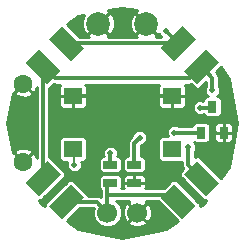
<source format=gtl>
G04 (created by PCBNEW (2013-jul-14)-product) date Thu 07 Nov 2013 08:56:16 PM EST*
%MOIN*%
G04 Gerber Fmt 3.4, Leading zero omitted, Abs format*
%FSLAX34Y34*%
G01*
G70*
G90*
G04 APERTURE LIST*
%ADD10C,0.005906*%
%ADD11C,0.063000*%
%ADD12R,0.063000X0.055100*%
%ADD13R,0.031500X0.039400*%
%ADD14R,0.045000X0.025000*%
%ADD15C,0.066900*%
%ADD16C,0.078740*%
%ADD17C,0.020000*%
%ADD18C,0.011800*%
%ADD19C,0.006100*%
%ADD20C,0.010000*%
G04 APERTURE END LIST*
G54D10*
G54D11*
X57197Y-36701D03*
X57197Y-39299D03*
G54D12*
X58846Y-37114D03*
X62154Y-37114D03*
X58846Y-38886D03*
X62154Y-38886D03*
G54D13*
X63500Y-37467D03*
X63875Y-38333D03*
X63125Y-38333D03*
G54D14*
X60900Y-39400D03*
X60900Y-40000D03*
X60100Y-39400D03*
X60100Y-40000D03*
G54D10*
G36*
X62221Y-40055D02*
X62944Y-40778D01*
X62499Y-41224D01*
X61775Y-40500D01*
X62221Y-40055D01*
X62221Y-40055D01*
G37*
G36*
X63000Y-39275D02*
X63724Y-39999D01*
X63278Y-40444D01*
X62555Y-39721D01*
X63000Y-39275D01*
X63000Y-39275D01*
G37*
G36*
X62944Y-35221D02*
X62221Y-35944D01*
X61775Y-35499D01*
X62499Y-34775D01*
X62944Y-35221D01*
X62944Y-35221D01*
G37*
G36*
X63724Y-36000D02*
X63000Y-36724D01*
X62555Y-36278D01*
X63278Y-35555D01*
X63724Y-36000D01*
X63724Y-36000D01*
G37*
G36*
X58778Y-35944D02*
X58055Y-35221D01*
X58500Y-34775D01*
X59224Y-35499D01*
X58778Y-35944D01*
X58778Y-35944D01*
G37*
G36*
X57999Y-36724D02*
X57275Y-36000D01*
X57721Y-35555D01*
X58444Y-36278D01*
X57999Y-36724D01*
X57999Y-36724D01*
G37*
G36*
X58055Y-40778D02*
X58778Y-40055D01*
X59224Y-40500D01*
X58500Y-41224D01*
X58055Y-40778D01*
X58055Y-40778D01*
G37*
G36*
X57275Y-39999D02*
X57999Y-39275D01*
X58444Y-39721D01*
X57721Y-40444D01*
X57275Y-39999D01*
X57275Y-39999D01*
G37*
G54D15*
X60000Y-41000D03*
X61000Y-41000D03*
G54D16*
X59700Y-34700D03*
X61300Y-34700D03*
G54D17*
X61300Y-38100D03*
X60500Y-37300D03*
X61075Y-38500D03*
X62233Y-38333D03*
X63100Y-37500D03*
X58900Y-39400D03*
X63500Y-36925D03*
X62700Y-38825D03*
X60100Y-39025D03*
X61950Y-34950D03*
G54D18*
X60500Y-37114D02*
X60500Y-37200D01*
X60500Y-37300D02*
X60500Y-37114D01*
X58846Y-37114D02*
X62154Y-37114D01*
X60900Y-39400D02*
X60900Y-38675D01*
X60900Y-38675D02*
X61075Y-38500D01*
X63125Y-38333D02*
X62233Y-38333D01*
X63100Y-38358D02*
X63125Y-38333D01*
X63500Y-37467D02*
X63467Y-37500D01*
X63467Y-37500D02*
X63100Y-37500D01*
G54D19*
X58900Y-38940D02*
X58846Y-38886D01*
X58900Y-39400D02*
X58900Y-38940D01*
G54D18*
X63139Y-36139D02*
X63500Y-36500D01*
X63500Y-36500D02*
X63500Y-36925D01*
X57860Y-36139D02*
X58245Y-36525D01*
X62754Y-36525D02*
X63139Y-36139D01*
X58245Y-36525D02*
X62754Y-36525D01*
X57860Y-39860D02*
X57860Y-36139D01*
X63139Y-39860D02*
X62700Y-39420D01*
X62700Y-39420D02*
X62700Y-38825D01*
X60100Y-39400D02*
X60100Y-39025D01*
X62360Y-35360D02*
X61950Y-34950D01*
X58639Y-35360D02*
X62360Y-35360D01*
X62360Y-40639D02*
X62120Y-40400D01*
X62120Y-40400D02*
X60000Y-40400D01*
X60100Y-40000D02*
X60000Y-40100D01*
X60000Y-40100D02*
X60000Y-40400D01*
X60000Y-40400D02*
X60000Y-41000D01*
X58639Y-40639D02*
X59639Y-40639D01*
X59639Y-40639D02*
X60000Y-41000D01*
G54D10*
G36*
X57651Y-39186D02*
X57601Y-39051D01*
X57580Y-39020D01*
X57505Y-38990D01*
X57505Y-38990D01*
X57505Y-38990D01*
X57505Y-37009D01*
X57197Y-36701D01*
X56888Y-37009D01*
X56918Y-37084D01*
X57086Y-37162D01*
X57271Y-37169D01*
X57444Y-37105D01*
X57475Y-37084D01*
X57505Y-37009D01*
X57505Y-38990D01*
X57475Y-38915D01*
X57307Y-38837D01*
X57122Y-38830D01*
X56949Y-38894D01*
X56918Y-38915D01*
X56888Y-38990D01*
X57197Y-39298D01*
X57505Y-38990D01*
X57505Y-38990D01*
X57197Y-39299D01*
X57202Y-39304D01*
X57202Y-39304D01*
X57197Y-39299D01*
X57191Y-39304D01*
X57191Y-39304D01*
X57196Y-39299D01*
X56888Y-38990D01*
X56863Y-39000D01*
X56664Y-38000D01*
X56863Y-36999D01*
X56888Y-37009D01*
X57196Y-36701D01*
X57191Y-36695D01*
X57191Y-36695D01*
X57197Y-36700D01*
X57202Y-36695D01*
X57202Y-36695D01*
X57197Y-36701D01*
X57505Y-37009D01*
X57580Y-36979D01*
X57651Y-36826D01*
X57651Y-39186D01*
X57651Y-39186D01*
G37*
G54D20*
X57651Y-39186D02*
X57601Y-39051D01*
X57580Y-39020D01*
X57505Y-38990D01*
X57505Y-38990D01*
X57505Y-38990D01*
X57505Y-37009D01*
X57197Y-36701D01*
X56888Y-37009D01*
X56918Y-37084D01*
X57086Y-37162D01*
X57271Y-37169D01*
X57444Y-37105D01*
X57475Y-37084D01*
X57505Y-37009D01*
X57505Y-38990D01*
X57475Y-38915D01*
X57307Y-38837D01*
X57122Y-38830D01*
X56949Y-38894D01*
X56918Y-38915D01*
X56888Y-38990D01*
X57197Y-39298D01*
X57505Y-38990D01*
X57505Y-38990D01*
X57197Y-39299D01*
X57202Y-39304D01*
X57202Y-39304D01*
X57197Y-39299D01*
X57191Y-39304D01*
X57191Y-39304D01*
X57196Y-39299D01*
X56888Y-38990D01*
X56863Y-39000D01*
X56664Y-38000D01*
X56863Y-36999D01*
X56888Y-37009D01*
X57196Y-36701D01*
X57191Y-36695D01*
X57191Y-36695D01*
X57197Y-36700D01*
X57202Y-36695D01*
X57202Y-36695D01*
X57197Y-36701D01*
X57505Y-37009D01*
X57580Y-36979D01*
X57651Y-36826D01*
X57651Y-39186D01*
G54D10*
G36*
X61797Y-35151D02*
X61621Y-35151D01*
X61625Y-35148D01*
X61665Y-35065D01*
X61300Y-34700D01*
X61299Y-34700D01*
X61299Y-34700D01*
X60934Y-34334D01*
X60851Y-34374D01*
X60760Y-34570D01*
X60752Y-34786D01*
X60827Y-34989D01*
X60851Y-35025D01*
X60934Y-35065D01*
X61299Y-34700D01*
X61299Y-34700D01*
X60934Y-35065D01*
X60974Y-35148D01*
X60980Y-35151D01*
X60247Y-35151D01*
X60247Y-34613D01*
X60172Y-34410D01*
X60148Y-34374D01*
X60065Y-34334D01*
X59700Y-34700D01*
X60065Y-35065D01*
X60148Y-35025D01*
X60239Y-34829D01*
X60247Y-34613D01*
X60247Y-35151D01*
X60021Y-35151D01*
X60025Y-35148D01*
X60065Y-35065D01*
X59700Y-34700D01*
X59334Y-35065D01*
X59374Y-35148D01*
X59380Y-35151D01*
X59088Y-35151D01*
X58649Y-34712D01*
X59032Y-34456D01*
X59232Y-34416D01*
X59160Y-34570D01*
X59152Y-34786D01*
X59227Y-34989D01*
X59251Y-35025D01*
X59334Y-35065D01*
X59699Y-34700D01*
X59694Y-34694D01*
X59694Y-34694D01*
X59700Y-34699D01*
X60065Y-34334D01*
X60028Y-34257D01*
X60500Y-34164D01*
X60971Y-34257D01*
X60934Y-34334D01*
X61300Y-34699D01*
X61305Y-34694D01*
X61305Y-34694D01*
X61300Y-34700D01*
X61665Y-35065D01*
X61717Y-35040D01*
X61737Y-35091D01*
X61797Y-35151D01*
X61797Y-35151D01*
G37*
G54D20*
X61797Y-35151D02*
X61621Y-35151D01*
X61625Y-35148D01*
X61665Y-35065D01*
X61300Y-34700D01*
X61299Y-34700D01*
X61299Y-34700D01*
X60934Y-34334D01*
X60851Y-34374D01*
X60760Y-34570D01*
X60752Y-34786D01*
X60827Y-34989D01*
X60851Y-35025D01*
X60934Y-35065D01*
X61299Y-34700D01*
X61299Y-34700D01*
X60934Y-35065D01*
X60974Y-35148D01*
X60980Y-35151D01*
X60247Y-35151D01*
X60247Y-34613D01*
X60172Y-34410D01*
X60148Y-34374D01*
X60065Y-34334D01*
X59700Y-34700D01*
X60065Y-35065D01*
X60148Y-35025D01*
X60239Y-34829D01*
X60247Y-34613D01*
X60247Y-35151D01*
X60021Y-35151D01*
X60025Y-35148D01*
X60065Y-35065D01*
X59700Y-34700D01*
X59334Y-35065D01*
X59374Y-35148D01*
X59380Y-35151D01*
X59088Y-35151D01*
X58649Y-34712D01*
X59032Y-34456D01*
X59232Y-34416D01*
X59160Y-34570D01*
X59152Y-34786D01*
X59227Y-34989D01*
X59251Y-35025D01*
X59334Y-35065D01*
X59699Y-34700D01*
X59694Y-34694D01*
X59694Y-34694D01*
X59700Y-34699D01*
X60065Y-34334D01*
X60028Y-34257D01*
X60500Y-34164D01*
X60971Y-34257D01*
X60934Y-34334D01*
X61300Y-34699D01*
X61305Y-34694D01*
X61305Y-34694D01*
X61300Y-34700D01*
X61665Y-35065D01*
X61717Y-35040D01*
X61737Y-35091D01*
X61797Y-35151D01*
G54D10*
G36*
X62350Y-41287D02*
X61967Y-41543D01*
X61487Y-41639D01*
X61487Y-40922D01*
X61421Y-40741D01*
X61399Y-40709D01*
X61322Y-40677D01*
X61000Y-41000D01*
X61322Y-41322D01*
X61399Y-41290D01*
X61480Y-41115D01*
X61487Y-40922D01*
X61487Y-41639D01*
X61322Y-41672D01*
X61322Y-41322D01*
X61000Y-41000D01*
X60999Y-41000D01*
X60999Y-41000D01*
X60677Y-40677D01*
X60600Y-40709D01*
X60519Y-40884D01*
X60512Y-41077D01*
X60578Y-41258D01*
X60600Y-41290D01*
X60677Y-41322D01*
X60999Y-41000D01*
X60999Y-41000D01*
X60677Y-41322D01*
X60709Y-41399D01*
X60884Y-41480D01*
X61077Y-41487D01*
X61258Y-41421D01*
X61290Y-41399D01*
X61322Y-41322D01*
X61322Y-41672D01*
X60500Y-41835D01*
X59032Y-41543D01*
X58649Y-41287D01*
X59088Y-40848D01*
X59538Y-40848D01*
X59515Y-40903D01*
X59515Y-41095D01*
X59589Y-41274D01*
X59725Y-41410D01*
X59903Y-41484D01*
X60095Y-41484D01*
X60274Y-41410D01*
X60410Y-41274D01*
X60484Y-41096D01*
X60484Y-40904D01*
X60410Y-40725D01*
X60294Y-40609D01*
X60706Y-40609D01*
X60677Y-40677D01*
X61000Y-40999D01*
X61322Y-40677D01*
X61293Y-40609D01*
X61671Y-40609D01*
X61690Y-40627D01*
X62350Y-41287D01*
X62350Y-41287D01*
G37*
G54D20*
X62350Y-41287D02*
X61967Y-41543D01*
X61487Y-41639D01*
X61487Y-40922D01*
X61421Y-40741D01*
X61399Y-40709D01*
X61322Y-40677D01*
X61000Y-41000D01*
X61322Y-41322D01*
X61399Y-41290D01*
X61480Y-41115D01*
X61487Y-40922D01*
X61487Y-41639D01*
X61322Y-41672D01*
X61322Y-41322D01*
X61000Y-41000D01*
X60999Y-41000D01*
X60999Y-41000D01*
X60677Y-40677D01*
X60600Y-40709D01*
X60519Y-40884D01*
X60512Y-41077D01*
X60578Y-41258D01*
X60600Y-41290D01*
X60677Y-41322D01*
X60999Y-41000D01*
X60999Y-41000D01*
X60677Y-41322D01*
X60709Y-41399D01*
X60884Y-41480D01*
X61077Y-41487D01*
X61258Y-41421D01*
X61290Y-41399D01*
X61322Y-41322D01*
X61322Y-41672D01*
X60500Y-41835D01*
X59032Y-41543D01*
X58649Y-41287D01*
X59088Y-40848D01*
X59538Y-40848D01*
X59515Y-40903D01*
X59515Y-41095D01*
X59589Y-41274D01*
X59725Y-41410D01*
X59903Y-41484D01*
X60095Y-41484D01*
X60274Y-41410D01*
X60410Y-41274D01*
X60484Y-41096D01*
X60484Y-40904D01*
X60410Y-40725D01*
X60294Y-40609D01*
X60706Y-40609D01*
X60677Y-40677D01*
X61000Y-40999D01*
X61322Y-40677D01*
X61293Y-40609D01*
X61671Y-40609D01*
X61690Y-40627D01*
X62350Y-41287D01*
G54D10*
G36*
X64335Y-38000D02*
X64182Y-38770D01*
X64182Y-38559D01*
X64182Y-38500D01*
X64182Y-38370D01*
X64182Y-38295D01*
X64182Y-38165D01*
X64182Y-38106D01*
X64159Y-38051D01*
X64117Y-38008D01*
X64062Y-37986D01*
X63912Y-37986D01*
X63875Y-38023D01*
X63875Y-38332D01*
X64145Y-38332D01*
X64182Y-38295D01*
X64182Y-38370D01*
X64145Y-38333D01*
X63875Y-38333D01*
X63875Y-38642D01*
X63912Y-38680D01*
X64062Y-38680D01*
X64117Y-38657D01*
X64159Y-38614D01*
X64182Y-38559D01*
X64182Y-38770D01*
X64043Y-39467D01*
X63874Y-39720D01*
X63874Y-38642D01*
X63874Y-38333D01*
X63874Y-38332D01*
X63874Y-38023D01*
X63837Y-37986D01*
X63687Y-37986D01*
X63632Y-38008D01*
X63590Y-38051D01*
X63567Y-38106D01*
X63567Y-38165D01*
X63567Y-38295D01*
X63605Y-38332D01*
X63874Y-38332D01*
X63874Y-38333D01*
X63605Y-38333D01*
X63567Y-38370D01*
X63567Y-38500D01*
X63567Y-38559D01*
X63590Y-38614D01*
X63632Y-38657D01*
X63687Y-38680D01*
X63837Y-38680D01*
X63874Y-38642D01*
X63874Y-39720D01*
X63787Y-39850D01*
X63085Y-39148D01*
X63030Y-39125D01*
X62970Y-39125D01*
X62915Y-39148D01*
X62909Y-39155D01*
X62909Y-38969D01*
X62911Y-38966D01*
X62949Y-38874D01*
X62950Y-38775D01*
X62912Y-38683D01*
X62887Y-38659D01*
X62937Y-38680D01*
X62997Y-38680D01*
X63312Y-38680D01*
X63367Y-38657D01*
X63409Y-38614D01*
X63432Y-38559D01*
X63432Y-38500D01*
X63432Y-38106D01*
X63409Y-38051D01*
X63367Y-38008D01*
X63312Y-37986D01*
X63252Y-37986D01*
X62937Y-37986D01*
X62882Y-38008D01*
X62840Y-38051D01*
X62817Y-38106D01*
X62817Y-38124D01*
X62619Y-38124D01*
X62619Y-37419D01*
X62619Y-37359D01*
X62619Y-37151D01*
X62581Y-37114D01*
X62154Y-37114D01*
X62154Y-37502D01*
X62191Y-37539D01*
X62498Y-37539D01*
X62553Y-37516D01*
X62596Y-37474D01*
X62619Y-37419D01*
X62619Y-38124D01*
X62377Y-38124D01*
X62374Y-38121D01*
X62282Y-38083D01*
X62183Y-38082D01*
X62153Y-38095D01*
X62153Y-37502D01*
X62153Y-37114D01*
X61726Y-37114D01*
X61689Y-37151D01*
X61689Y-37359D01*
X61689Y-37419D01*
X61711Y-37474D01*
X61754Y-37516D01*
X61809Y-37539D01*
X62116Y-37539D01*
X62153Y-37502D01*
X62153Y-38095D01*
X62091Y-38120D01*
X62021Y-38191D01*
X61983Y-38283D01*
X61982Y-38382D01*
X62015Y-38460D01*
X61809Y-38460D01*
X61754Y-38483D01*
X61711Y-38525D01*
X61689Y-38580D01*
X61689Y-38640D01*
X61689Y-39191D01*
X61711Y-39246D01*
X61754Y-39288D01*
X61809Y-39311D01*
X61868Y-39311D01*
X62491Y-39311D01*
X62491Y-39420D01*
X62506Y-39500D01*
X62529Y-39534D01*
X62427Y-39636D01*
X62405Y-39691D01*
X62405Y-39750D01*
X62427Y-39806D01*
X62470Y-39848D01*
X63193Y-40572D01*
X63249Y-40594D01*
X63290Y-40594D01*
X63212Y-40712D01*
X63094Y-40790D01*
X63094Y-40749D01*
X63072Y-40693D01*
X63029Y-40651D01*
X62306Y-39927D01*
X62250Y-39905D01*
X62191Y-39905D01*
X62136Y-39927D01*
X62093Y-39970D01*
X61873Y-40191D01*
X61325Y-40191D01*
X61325Y-38450D01*
X61287Y-38358D01*
X61216Y-38288D01*
X61124Y-38250D01*
X61025Y-38249D01*
X60933Y-38287D01*
X60863Y-38358D01*
X60825Y-38450D01*
X60825Y-38454D01*
X60752Y-38527D01*
X60706Y-38595D01*
X60691Y-38675D01*
X60691Y-39125D01*
X60645Y-39125D01*
X60590Y-39147D01*
X60547Y-39190D01*
X60525Y-39245D01*
X60525Y-39304D01*
X60525Y-39554D01*
X60547Y-39609D01*
X60590Y-39652D01*
X60645Y-39675D01*
X60704Y-39675D01*
X61154Y-39675D01*
X61209Y-39652D01*
X61252Y-39609D01*
X61275Y-39554D01*
X61275Y-39495D01*
X61275Y-39245D01*
X61252Y-39190D01*
X61209Y-39147D01*
X61154Y-39125D01*
X61109Y-39125D01*
X61109Y-38761D01*
X61120Y-38750D01*
X61124Y-38750D01*
X61216Y-38712D01*
X61286Y-38641D01*
X61324Y-38549D01*
X61325Y-38450D01*
X61325Y-40191D01*
X61260Y-40191D01*
X61275Y-40154D01*
X61275Y-40037D01*
X61275Y-39962D01*
X61275Y-39845D01*
X61252Y-39790D01*
X61209Y-39747D01*
X61154Y-39725D01*
X61095Y-39725D01*
X60937Y-39725D01*
X60900Y-39762D01*
X60900Y-39999D01*
X61237Y-39999D01*
X61275Y-39962D01*
X61275Y-40037D01*
X61237Y-40000D01*
X60900Y-40000D01*
X60900Y-40008D01*
X60899Y-40008D01*
X60899Y-40000D01*
X60899Y-39999D01*
X60899Y-39762D01*
X60862Y-39725D01*
X60704Y-39725D01*
X60645Y-39725D01*
X60590Y-39747D01*
X60547Y-39790D01*
X60525Y-39845D01*
X60525Y-39962D01*
X60562Y-39999D01*
X60899Y-39999D01*
X60899Y-40000D01*
X60562Y-40000D01*
X60525Y-40037D01*
X60525Y-40154D01*
X60539Y-40191D01*
X60460Y-40191D01*
X60475Y-40154D01*
X60475Y-40095D01*
X60475Y-39845D01*
X60475Y-39554D01*
X60475Y-39495D01*
X60475Y-39245D01*
X60452Y-39190D01*
X60409Y-39147D01*
X60354Y-39125D01*
X60329Y-39125D01*
X60349Y-39074D01*
X60350Y-38975D01*
X60312Y-38883D01*
X60241Y-38813D01*
X60149Y-38775D01*
X60050Y-38774D01*
X59958Y-38812D01*
X59888Y-38883D01*
X59850Y-38975D01*
X59849Y-39074D01*
X59870Y-39125D01*
X59845Y-39125D01*
X59790Y-39147D01*
X59747Y-39190D01*
X59725Y-39245D01*
X59725Y-39304D01*
X59725Y-39554D01*
X59747Y-39609D01*
X59790Y-39652D01*
X59845Y-39675D01*
X59904Y-39675D01*
X60354Y-39675D01*
X60409Y-39652D01*
X60452Y-39609D01*
X60475Y-39554D01*
X60475Y-39845D01*
X60452Y-39790D01*
X60409Y-39747D01*
X60354Y-39725D01*
X60295Y-39725D01*
X59845Y-39725D01*
X59790Y-39747D01*
X59747Y-39790D01*
X59725Y-39845D01*
X59725Y-39904D01*
X59725Y-40154D01*
X59747Y-40209D01*
X59790Y-40252D01*
X59791Y-40252D01*
X59791Y-40400D01*
X59791Y-40495D01*
X59787Y-40491D01*
X59719Y-40446D01*
X59639Y-40430D01*
X59357Y-40430D01*
X59351Y-40415D01*
X59311Y-40375D01*
X59311Y-39191D01*
X59311Y-39131D01*
X59311Y-38580D01*
X59311Y-37419D01*
X59311Y-37359D01*
X59311Y-37151D01*
X59273Y-37114D01*
X58846Y-37114D01*
X58846Y-37502D01*
X58883Y-37539D01*
X59190Y-37539D01*
X59245Y-37516D01*
X59288Y-37474D01*
X59311Y-37419D01*
X59311Y-38580D01*
X59288Y-38525D01*
X59245Y-38483D01*
X59190Y-38460D01*
X59131Y-38460D01*
X58845Y-38460D01*
X58845Y-37502D01*
X58845Y-37114D01*
X58418Y-37114D01*
X58381Y-37151D01*
X58381Y-37359D01*
X58381Y-37419D01*
X58403Y-37474D01*
X58446Y-37516D01*
X58501Y-37539D01*
X58808Y-37539D01*
X58845Y-37502D01*
X58845Y-38460D01*
X58501Y-38460D01*
X58446Y-38483D01*
X58403Y-38525D01*
X58381Y-38580D01*
X58381Y-38640D01*
X58381Y-39191D01*
X58403Y-39246D01*
X58446Y-39288D01*
X58501Y-39311D01*
X58560Y-39311D01*
X58666Y-39311D01*
X58650Y-39350D01*
X58649Y-39449D01*
X58687Y-39541D01*
X58758Y-39611D01*
X58850Y-39649D01*
X58949Y-39650D01*
X59041Y-39612D01*
X59111Y-39541D01*
X59149Y-39449D01*
X59150Y-39350D01*
X59133Y-39311D01*
X59190Y-39311D01*
X59245Y-39288D01*
X59288Y-39246D01*
X59311Y-39191D01*
X59311Y-40375D01*
X59309Y-40373D01*
X58863Y-39927D01*
X58808Y-39905D01*
X58749Y-39905D01*
X58693Y-39927D01*
X58651Y-39970D01*
X57927Y-40693D01*
X57905Y-40749D01*
X57905Y-40790D01*
X57787Y-40712D01*
X57709Y-40594D01*
X57750Y-40594D01*
X57806Y-40572D01*
X57848Y-40529D01*
X58572Y-39806D01*
X58594Y-39750D01*
X58594Y-39691D01*
X58572Y-39636D01*
X58529Y-39593D01*
X58084Y-39148D01*
X58069Y-39142D01*
X58069Y-36857D01*
X58084Y-36851D01*
X58126Y-36809D01*
X58209Y-36726D01*
X58245Y-36734D01*
X58423Y-36734D01*
X58403Y-36753D01*
X58381Y-36808D01*
X58381Y-36868D01*
X58381Y-37076D01*
X58418Y-37113D01*
X58845Y-37113D01*
X58845Y-37105D01*
X58846Y-37105D01*
X58846Y-37113D01*
X59273Y-37113D01*
X59311Y-37076D01*
X59311Y-36868D01*
X59311Y-36808D01*
X59288Y-36753D01*
X59268Y-36734D01*
X61731Y-36734D01*
X61711Y-36753D01*
X61689Y-36808D01*
X61689Y-36868D01*
X61689Y-37076D01*
X61726Y-37113D01*
X62153Y-37113D01*
X62153Y-37105D01*
X62154Y-37105D01*
X62154Y-37113D01*
X62581Y-37113D01*
X62619Y-37076D01*
X62619Y-36868D01*
X62619Y-36808D01*
X62596Y-36753D01*
X62576Y-36734D01*
X62754Y-36734D01*
X62790Y-36726D01*
X62915Y-36851D01*
X62970Y-36874D01*
X63030Y-36874D01*
X63085Y-36851D01*
X63127Y-36809D01*
X63291Y-36646D01*
X63291Y-36780D01*
X63288Y-36783D01*
X63250Y-36875D01*
X63249Y-36974D01*
X63287Y-37066D01*
X63341Y-37120D01*
X63312Y-37120D01*
X63257Y-37142D01*
X63215Y-37185D01*
X63192Y-37240D01*
X63192Y-37267D01*
X63149Y-37250D01*
X63050Y-37249D01*
X62958Y-37287D01*
X62888Y-37358D01*
X62850Y-37450D01*
X62849Y-37549D01*
X62887Y-37641D01*
X62958Y-37711D01*
X63050Y-37749D01*
X63149Y-37750D01*
X63206Y-37726D01*
X63215Y-37748D01*
X63257Y-37791D01*
X63312Y-37814D01*
X63372Y-37814D01*
X63687Y-37814D01*
X63742Y-37791D01*
X63784Y-37748D01*
X63807Y-37693D01*
X63807Y-37634D01*
X63807Y-37240D01*
X63784Y-37185D01*
X63742Y-37142D01*
X63687Y-37120D01*
X63658Y-37120D01*
X63711Y-37066D01*
X63749Y-36974D01*
X63750Y-36875D01*
X63712Y-36783D01*
X63709Y-36780D01*
X63709Y-36500D01*
X63709Y-36500D01*
X63709Y-36500D01*
X63693Y-36420D01*
X63647Y-36352D01*
X63647Y-36352D01*
X63647Y-36352D01*
X63616Y-36320D01*
X63787Y-36149D01*
X64043Y-36532D01*
X64335Y-38000D01*
X64335Y-38000D01*
G37*
G54D20*
X64335Y-38000D02*
X64182Y-38770D01*
X64182Y-38559D01*
X64182Y-38500D01*
X64182Y-38370D01*
X64182Y-38295D01*
X64182Y-38165D01*
X64182Y-38106D01*
X64159Y-38051D01*
X64117Y-38008D01*
X64062Y-37986D01*
X63912Y-37986D01*
X63875Y-38023D01*
X63875Y-38332D01*
X64145Y-38332D01*
X64182Y-38295D01*
X64182Y-38370D01*
X64145Y-38333D01*
X63875Y-38333D01*
X63875Y-38642D01*
X63912Y-38680D01*
X64062Y-38680D01*
X64117Y-38657D01*
X64159Y-38614D01*
X64182Y-38559D01*
X64182Y-38770D01*
X64043Y-39467D01*
X63874Y-39720D01*
X63874Y-38642D01*
X63874Y-38333D01*
X63874Y-38332D01*
X63874Y-38023D01*
X63837Y-37986D01*
X63687Y-37986D01*
X63632Y-38008D01*
X63590Y-38051D01*
X63567Y-38106D01*
X63567Y-38165D01*
X63567Y-38295D01*
X63605Y-38332D01*
X63874Y-38332D01*
X63874Y-38333D01*
X63605Y-38333D01*
X63567Y-38370D01*
X63567Y-38500D01*
X63567Y-38559D01*
X63590Y-38614D01*
X63632Y-38657D01*
X63687Y-38680D01*
X63837Y-38680D01*
X63874Y-38642D01*
X63874Y-39720D01*
X63787Y-39850D01*
X63085Y-39148D01*
X63030Y-39125D01*
X62970Y-39125D01*
X62915Y-39148D01*
X62909Y-39155D01*
X62909Y-38969D01*
X62911Y-38966D01*
X62949Y-38874D01*
X62950Y-38775D01*
X62912Y-38683D01*
X62887Y-38659D01*
X62937Y-38680D01*
X62997Y-38680D01*
X63312Y-38680D01*
X63367Y-38657D01*
X63409Y-38614D01*
X63432Y-38559D01*
X63432Y-38500D01*
X63432Y-38106D01*
X63409Y-38051D01*
X63367Y-38008D01*
X63312Y-37986D01*
X63252Y-37986D01*
X62937Y-37986D01*
X62882Y-38008D01*
X62840Y-38051D01*
X62817Y-38106D01*
X62817Y-38124D01*
X62619Y-38124D01*
X62619Y-37419D01*
X62619Y-37359D01*
X62619Y-37151D01*
X62581Y-37114D01*
X62154Y-37114D01*
X62154Y-37502D01*
X62191Y-37539D01*
X62498Y-37539D01*
X62553Y-37516D01*
X62596Y-37474D01*
X62619Y-37419D01*
X62619Y-38124D01*
X62377Y-38124D01*
X62374Y-38121D01*
X62282Y-38083D01*
X62183Y-38082D01*
X62153Y-38095D01*
X62153Y-37502D01*
X62153Y-37114D01*
X61726Y-37114D01*
X61689Y-37151D01*
X61689Y-37359D01*
X61689Y-37419D01*
X61711Y-37474D01*
X61754Y-37516D01*
X61809Y-37539D01*
X62116Y-37539D01*
X62153Y-37502D01*
X62153Y-38095D01*
X62091Y-38120D01*
X62021Y-38191D01*
X61983Y-38283D01*
X61982Y-38382D01*
X62015Y-38460D01*
X61809Y-38460D01*
X61754Y-38483D01*
X61711Y-38525D01*
X61689Y-38580D01*
X61689Y-38640D01*
X61689Y-39191D01*
X61711Y-39246D01*
X61754Y-39288D01*
X61809Y-39311D01*
X61868Y-39311D01*
X62491Y-39311D01*
X62491Y-39420D01*
X62506Y-39500D01*
X62529Y-39534D01*
X62427Y-39636D01*
X62405Y-39691D01*
X62405Y-39750D01*
X62427Y-39806D01*
X62470Y-39848D01*
X63193Y-40572D01*
X63249Y-40594D01*
X63290Y-40594D01*
X63212Y-40712D01*
X63094Y-40790D01*
X63094Y-40749D01*
X63072Y-40693D01*
X63029Y-40651D01*
X62306Y-39927D01*
X62250Y-39905D01*
X62191Y-39905D01*
X62136Y-39927D01*
X62093Y-39970D01*
X61873Y-40191D01*
X61325Y-40191D01*
X61325Y-38450D01*
X61287Y-38358D01*
X61216Y-38288D01*
X61124Y-38250D01*
X61025Y-38249D01*
X60933Y-38287D01*
X60863Y-38358D01*
X60825Y-38450D01*
X60825Y-38454D01*
X60752Y-38527D01*
X60706Y-38595D01*
X60691Y-38675D01*
X60691Y-39125D01*
X60645Y-39125D01*
X60590Y-39147D01*
X60547Y-39190D01*
X60525Y-39245D01*
X60525Y-39304D01*
X60525Y-39554D01*
X60547Y-39609D01*
X60590Y-39652D01*
X60645Y-39675D01*
X60704Y-39675D01*
X61154Y-39675D01*
X61209Y-39652D01*
X61252Y-39609D01*
X61275Y-39554D01*
X61275Y-39495D01*
X61275Y-39245D01*
X61252Y-39190D01*
X61209Y-39147D01*
X61154Y-39125D01*
X61109Y-39125D01*
X61109Y-38761D01*
X61120Y-38750D01*
X61124Y-38750D01*
X61216Y-38712D01*
X61286Y-38641D01*
X61324Y-38549D01*
X61325Y-38450D01*
X61325Y-40191D01*
X61260Y-40191D01*
X61275Y-40154D01*
X61275Y-40037D01*
X61275Y-39962D01*
X61275Y-39845D01*
X61252Y-39790D01*
X61209Y-39747D01*
X61154Y-39725D01*
X61095Y-39725D01*
X60937Y-39725D01*
X60900Y-39762D01*
X60900Y-39999D01*
X61237Y-39999D01*
X61275Y-39962D01*
X61275Y-40037D01*
X61237Y-40000D01*
X60900Y-40000D01*
X60900Y-40008D01*
X60899Y-40008D01*
X60899Y-40000D01*
X60899Y-39999D01*
X60899Y-39762D01*
X60862Y-39725D01*
X60704Y-39725D01*
X60645Y-39725D01*
X60590Y-39747D01*
X60547Y-39790D01*
X60525Y-39845D01*
X60525Y-39962D01*
X60562Y-39999D01*
X60899Y-39999D01*
X60899Y-40000D01*
X60562Y-40000D01*
X60525Y-40037D01*
X60525Y-40154D01*
X60539Y-40191D01*
X60460Y-40191D01*
X60475Y-40154D01*
X60475Y-40095D01*
X60475Y-39845D01*
X60475Y-39554D01*
X60475Y-39495D01*
X60475Y-39245D01*
X60452Y-39190D01*
X60409Y-39147D01*
X60354Y-39125D01*
X60329Y-39125D01*
X60349Y-39074D01*
X60350Y-38975D01*
X60312Y-38883D01*
X60241Y-38813D01*
X60149Y-38775D01*
X60050Y-38774D01*
X59958Y-38812D01*
X59888Y-38883D01*
X59850Y-38975D01*
X59849Y-39074D01*
X59870Y-39125D01*
X59845Y-39125D01*
X59790Y-39147D01*
X59747Y-39190D01*
X59725Y-39245D01*
X59725Y-39304D01*
X59725Y-39554D01*
X59747Y-39609D01*
X59790Y-39652D01*
X59845Y-39675D01*
X59904Y-39675D01*
X60354Y-39675D01*
X60409Y-39652D01*
X60452Y-39609D01*
X60475Y-39554D01*
X60475Y-39845D01*
X60452Y-39790D01*
X60409Y-39747D01*
X60354Y-39725D01*
X60295Y-39725D01*
X59845Y-39725D01*
X59790Y-39747D01*
X59747Y-39790D01*
X59725Y-39845D01*
X59725Y-39904D01*
X59725Y-40154D01*
X59747Y-40209D01*
X59790Y-40252D01*
X59791Y-40252D01*
X59791Y-40400D01*
X59791Y-40495D01*
X59787Y-40491D01*
X59719Y-40446D01*
X59639Y-40430D01*
X59357Y-40430D01*
X59351Y-40415D01*
X59311Y-40375D01*
X59311Y-39191D01*
X59311Y-39131D01*
X59311Y-38580D01*
X59311Y-37419D01*
X59311Y-37359D01*
X59311Y-37151D01*
X59273Y-37114D01*
X58846Y-37114D01*
X58846Y-37502D01*
X58883Y-37539D01*
X59190Y-37539D01*
X59245Y-37516D01*
X59288Y-37474D01*
X59311Y-37419D01*
X59311Y-38580D01*
X59288Y-38525D01*
X59245Y-38483D01*
X59190Y-38460D01*
X59131Y-38460D01*
X58845Y-38460D01*
X58845Y-37502D01*
X58845Y-37114D01*
X58418Y-37114D01*
X58381Y-37151D01*
X58381Y-37359D01*
X58381Y-37419D01*
X58403Y-37474D01*
X58446Y-37516D01*
X58501Y-37539D01*
X58808Y-37539D01*
X58845Y-37502D01*
X58845Y-38460D01*
X58501Y-38460D01*
X58446Y-38483D01*
X58403Y-38525D01*
X58381Y-38580D01*
X58381Y-38640D01*
X58381Y-39191D01*
X58403Y-39246D01*
X58446Y-39288D01*
X58501Y-39311D01*
X58560Y-39311D01*
X58666Y-39311D01*
X58650Y-39350D01*
X58649Y-39449D01*
X58687Y-39541D01*
X58758Y-39611D01*
X58850Y-39649D01*
X58949Y-39650D01*
X59041Y-39612D01*
X59111Y-39541D01*
X59149Y-39449D01*
X59150Y-39350D01*
X59133Y-39311D01*
X59190Y-39311D01*
X59245Y-39288D01*
X59288Y-39246D01*
X59311Y-39191D01*
X59311Y-40375D01*
X59309Y-40373D01*
X58863Y-39927D01*
X58808Y-39905D01*
X58749Y-39905D01*
X58693Y-39927D01*
X58651Y-39970D01*
X57927Y-40693D01*
X57905Y-40749D01*
X57905Y-40790D01*
X57787Y-40712D01*
X57709Y-40594D01*
X57750Y-40594D01*
X57806Y-40572D01*
X57848Y-40529D01*
X58572Y-39806D01*
X58594Y-39750D01*
X58594Y-39691D01*
X58572Y-39636D01*
X58529Y-39593D01*
X58084Y-39148D01*
X58069Y-39142D01*
X58069Y-36857D01*
X58084Y-36851D01*
X58126Y-36809D01*
X58209Y-36726D01*
X58245Y-36734D01*
X58423Y-36734D01*
X58403Y-36753D01*
X58381Y-36808D01*
X58381Y-36868D01*
X58381Y-37076D01*
X58418Y-37113D01*
X58845Y-37113D01*
X58845Y-37105D01*
X58846Y-37105D01*
X58846Y-37113D01*
X59273Y-37113D01*
X59311Y-37076D01*
X59311Y-36868D01*
X59311Y-36808D01*
X59288Y-36753D01*
X59268Y-36734D01*
X61731Y-36734D01*
X61711Y-36753D01*
X61689Y-36808D01*
X61689Y-36868D01*
X61689Y-37076D01*
X61726Y-37113D01*
X62153Y-37113D01*
X62153Y-37105D01*
X62154Y-37105D01*
X62154Y-37113D01*
X62581Y-37113D01*
X62619Y-37076D01*
X62619Y-36868D01*
X62619Y-36808D01*
X62596Y-36753D01*
X62576Y-36734D01*
X62754Y-36734D01*
X62790Y-36726D01*
X62915Y-36851D01*
X62970Y-36874D01*
X63030Y-36874D01*
X63085Y-36851D01*
X63127Y-36809D01*
X63291Y-36646D01*
X63291Y-36780D01*
X63288Y-36783D01*
X63250Y-36875D01*
X63249Y-36974D01*
X63287Y-37066D01*
X63341Y-37120D01*
X63312Y-37120D01*
X63257Y-37142D01*
X63215Y-37185D01*
X63192Y-37240D01*
X63192Y-37267D01*
X63149Y-37250D01*
X63050Y-37249D01*
X62958Y-37287D01*
X62888Y-37358D01*
X62850Y-37450D01*
X62849Y-37549D01*
X62887Y-37641D01*
X62958Y-37711D01*
X63050Y-37749D01*
X63149Y-37750D01*
X63206Y-37726D01*
X63215Y-37748D01*
X63257Y-37791D01*
X63312Y-37814D01*
X63372Y-37814D01*
X63687Y-37814D01*
X63742Y-37791D01*
X63784Y-37748D01*
X63807Y-37693D01*
X63807Y-37634D01*
X63807Y-37240D01*
X63784Y-37185D01*
X63742Y-37142D01*
X63687Y-37120D01*
X63658Y-37120D01*
X63711Y-37066D01*
X63749Y-36974D01*
X63750Y-36875D01*
X63712Y-36783D01*
X63709Y-36780D01*
X63709Y-36500D01*
X63709Y-36500D01*
X63709Y-36500D01*
X63693Y-36420D01*
X63647Y-36352D01*
X63647Y-36352D01*
X63647Y-36352D01*
X63616Y-36320D01*
X63787Y-36149D01*
X64043Y-36532D01*
X64335Y-38000D01*
M02*

</source>
